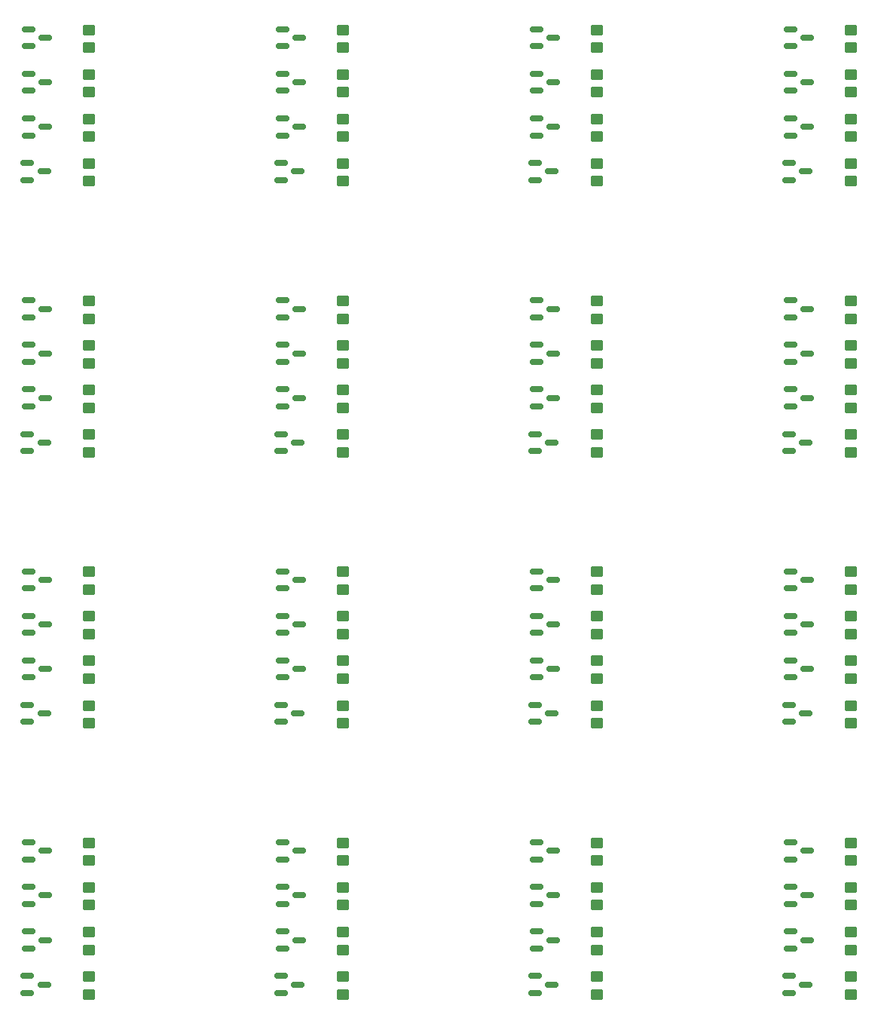
<source format=gbr>
%TF.GenerationSoftware,KiCad,Pcbnew,8.0.6*%
%TF.CreationDate,2024-10-19T01:04:28+01:00*%
%TF.ProjectId,panel,70616e65-6c2e-46b6-9963-61645f706362,rev?*%
%TF.SameCoordinates,Original*%
%TF.FileFunction,Paste,Top*%
%TF.FilePolarity,Positive*%
%FSLAX46Y46*%
G04 Gerber Fmt 4.6, Leading zero omitted, Abs format (unit mm)*
G04 Created by KiCad (PCBNEW 8.0.6) date 2024-10-19 01:04:28*
%MOMM*%
%LPD*%
G01*
G04 APERTURE LIST*
G04 Aperture macros list*
%AMRoundRect*
0 Rectangle with rounded corners*
0 $1 Rounding radius*
0 $2 $3 $4 $5 $6 $7 $8 $9 X,Y pos of 4 corners*
0 Add a 4 corners polygon primitive as box body*
4,1,4,$2,$3,$4,$5,$6,$7,$8,$9,$2,$3,0*
0 Add four circle primitives for the rounded corners*
1,1,$1+$1,$2,$3*
1,1,$1+$1,$4,$5*
1,1,$1+$1,$6,$7*
1,1,$1+$1,$8,$9*
0 Add four rect primitives between the rounded corners*
20,1,$1+$1,$2,$3,$4,$5,0*
20,1,$1+$1,$4,$5,$6,$7,0*
20,1,$1+$1,$6,$7,$8,$9,0*
20,1,$1+$1,$8,$9,$2,$3,0*%
G04 Aperture macros list end*
%ADD10RoundRect,0.150000X-0.587500X-0.150000X0.587500X-0.150000X0.587500X0.150000X-0.587500X0.150000X0*%
%ADD11RoundRect,0.250000X0.450000X-0.350000X0.450000X0.350000X-0.450000X0.350000X-0.450000X-0.350000X0*%
G04 APERTURE END LIST*
D10*
%TO.C,Q2*%
X160410000Y-122930000D03*
X160410000Y-124830000D03*
X162285000Y-123880000D03*
%TD*%
%TO.C,Q4*%
X131890000Y-87500000D03*
X131890000Y-89400000D03*
X133765000Y-88450000D03*
%TD*%
D11*
%TO.C,R3*%
X167220000Y-124980000D03*
X167220000Y-122980000D03*
%TD*%
%TO.C,R2*%
X167220000Y-99550000D03*
X167220000Y-97550000D03*
%TD*%
D10*
%TO.C,Q4*%
X188930000Y-57070000D03*
X188930000Y-58970000D03*
X190805000Y-58020000D03*
%TD*%
%TO.C,Q2*%
X131890000Y-31640000D03*
X131890000Y-33540000D03*
X133765000Y-32590000D03*
%TD*%
D11*
%TO.C,R2*%
X110180000Y-99550000D03*
X110180000Y-97550000D03*
%TD*%
D10*
%TO.C,Q1*%
X103242500Y-41640000D03*
X103242500Y-43540000D03*
X105117500Y-42590000D03*
%TD*%
%TO.C,Q3*%
X131890000Y-67070000D03*
X131890000Y-68970000D03*
X133765000Y-68020000D03*
%TD*%
%TO.C,Q3*%
X160410000Y-36640000D03*
X160410000Y-38540000D03*
X162285000Y-37590000D03*
%TD*%
D11*
%TO.C,R2*%
X138700000Y-99550000D03*
X138700000Y-97550000D03*
%TD*%
%TO.C,R4*%
X138700000Y-28690000D03*
X138700000Y-26690000D03*
%TD*%
%TO.C,R3*%
X138700000Y-64120000D03*
X138700000Y-62120000D03*
%TD*%
%TO.C,R3*%
X138700000Y-33690000D03*
X138700000Y-31690000D03*
%TD*%
D10*
%TO.C,Q1*%
X131762500Y-41640000D03*
X131762500Y-43540000D03*
X133637500Y-42590000D03*
%TD*%
%TO.C,Q1*%
X103242500Y-102500000D03*
X103242500Y-104400000D03*
X105117500Y-103450000D03*
%TD*%
D11*
%TO.C,R4*%
X195740000Y-89550000D03*
X195740000Y-87550000D03*
%TD*%
D10*
%TO.C,Q1*%
X188802500Y-72070000D03*
X188802500Y-73970000D03*
X190677500Y-73020000D03*
%TD*%
D11*
%TO.C,R2*%
X195740000Y-99550000D03*
X195740000Y-97550000D03*
%TD*%
%TO.C,R1*%
X195740000Y-43690000D03*
X195740000Y-41690000D03*
%TD*%
%TO.C,R1*%
X138700000Y-134980000D03*
X138700000Y-132980000D03*
%TD*%
D10*
%TO.C,Q1*%
X131762500Y-102500000D03*
X131762500Y-104400000D03*
X133637500Y-103450000D03*
%TD*%
%TO.C,Q4*%
X160410000Y-57070000D03*
X160410000Y-58970000D03*
X162285000Y-58020000D03*
%TD*%
D11*
%TO.C,R1*%
X195740000Y-74120000D03*
X195740000Y-72120000D03*
%TD*%
%TO.C,R2*%
X110180000Y-38690000D03*
X110180000Y-36690000D03*
%TD*%
D10*
%TO.C,Q1*%
X188802500Y-102500000D03*
X188802500Y-104400000D03*
X190677500Y-103450000D03*
%TD*%
D11*
%TO.C,R1*%
X167220000Y-74120000D03*
X167220000Y-72120000D03*
%TD*%
%TO.C,R2*%
X138700000Y-38690000D03*
X138700000Y-36690000D03*
%TD*%
D10*
%TO.C,Q3*%
X131890000Y-97500000D03*
X131890000Y-99400000D03*
X133765000Y-98450000D03*
%TD*%
D11*
%TO.C,R3*%
X195740000Y-124980000D03*
X195740000Y-122980000D03*
%TD*%
%TO.C,R3*%
X195740000Y-64120000D03*
X195740000Y-62120000D03*
%TD*%
%TO.C,R4*%
X167220000Y-28690000D03*
X167220000Y-26690000D03*
%TD*%
D10*
%TO.C,Q2*%
X160410000Y-62070000D03*
X160410000Y-63970000D03*
X162285000Y-63020000D03*
%TD*%
D11*
%TO.C,R2*%
X167220000Y-129980000D03*
X167220000Y-127980000D03*
%TD*%
%TO.C,R3*%
X110180000Y-64120000D03*
X110180000Y-62120000D03*
%TD*%
D10*
%TO.C,Q1*%
X103242500Y-132930000D03*
X103242500Y-134830000D03*
X105117500Y-133880000D03*
%TD*%
%TO.C,Q3*%
X103370000Y-127930000D03*
X103370000Y-129830000D03*
X105245000Y-128880000D03*
%TD*%
%TO.C,Q4*%
X103370000Y-87500000D03*
X103370000Y-89400000D03*
X105245000Y-88450000D03*
%TD*%
D11*
%TO.C,R4*%
X138700000Y-89550000D03*
X138700000Y-87550000D03*
%TD*%
%TO.C,R4*%
X195740000Y-119980000D03*
X195740000Y-117980000D03*
%TD*%
D10*
%TO.C,Q4*%
X188930000Y-117930000D03*
X188930000Y-119830000D03*
X190805000Y-118880000D03*
%TD*%
%TO.C,Q1*%
X131762500Y-72070000D03*
X131762500Y-73970000D03*
X133637500Y-73020000D03*
%TD*%
D11*
%TO.C,R3*%
X195740000Y-94550000D03*
X195740000Y-92550000D03*
%TD*%
D10*
%TO.C,Q4*%
X160410000Y-26640000D03*
X160410000Y-28540000D03*
X162285000Y-27590000D03*
%TD*%
%TO.C,Q3*%
X188930000Y-36640000D03*
X188930000Y-38540000D03*
X190805000Y-37590000D03*
%TD*%
D11*
%TO.C,R3*%
X110180000Y-124980000D03*
X110180000Y-122980000D03*
%TD*%
D10*
%TO.C,Q3*%
X160410000Y-127930000D03*
X160410000Y-129830000D03*
X162285000Y-128880000D03*
%TD*%
%TO.C,Q1*%
X160282500Y-72070000D03*
X160282500Y-73970000D03*
X162157500Y-73020000D03*
%TD*%
%TO.C,Q2*%
X188930000Y-62070000D03*
X188930000Y-63970000D03*
X190805000Y-63020000D03*
%TD*%
D11*
%TO.C,R2*%
X167220000Y-69120000D03*
X167220000Y-67120000D03*
%TD*%
D10*
%TO.C,Q2*%
X131890000Y-122930000D03*
X131890000Y-124830000D03*
X133765000Y-123880000D03*
%TD*%
%TO.C,Q4*%
X103370000Y-26640000D03*
X103370000Y-28540000D03*
X105245000Y-27590000D03*
%TD*%
D11*
%TO.C,R2*%
X138700000Y-69120000D03*
X138700000Y-67120000D03*
%TD*%
D10*
%TO.C,Q4*%
X131890000Y-117930000D03*
X131890000Y-119830000D03*
X133765000Y-118880000D03*
%TD*%
D11*
%TO.C,R3*%
X138700000Y-124980000D03*
X138700000Y-122980000D03*
%TD*%
%TO.C,R3*%
X195740000Y-33690000D03*
X195740000Y-31690000D03*
%TD*%
D10*
%TO.C,Q3*%
X188930000Y-97500000D03*
X188930000Y-99400000D03*
X190805000Y-98450000D03*
%TD*%
%TO.C,Q2*%
X131890000Y-62070000D03*
X131890000Y-63970000D03*
X133765000Y-63020000D03*
%TD*%
D11*
%TO.C,R1*%
X110180000Y-134980000D03*
X110180000Y-132980000D03*
%TD*%
D10*
%TO.C,Q1*%
X160282500Y-41640000D03*
X160282500Y-43540000D03*
X162157500Y-42590000D03*
%TD*%
%TO.C,Q3*%
X103370000Y-36640000D03*
X103370000Y-38540000D03*
X105245000Y-37590000D03*
%TD*%
D11*
%TO.C,R3*%
X138700000Y-94550000D03*
X138700000Y-92550000D03*
%TD*%
D10*
%TO.C,Q3*%
X188930000Y-67070000D03*
X188930000Y-68970000D03*
X190805000Y-68020000D03*
%TD*%
%TO.C,Q2*%
X188930000Y-31640000D03*
X188930000Y-33540000D03*
X190805000Y-32590000D03*
%TD*%
%TO.C,Q4*%
X103370000Y-57070000D03*
X103370000Y-58970000D03*
X105245000Y-58020000D03*
%TD*%
%TO.C,Q2*%
X188930000Y-122930000D03*
X188930000Y-124830000D03*
X190805000Y-123880000D03*
%TD*%
%TO.C,Q3*%
X188930000Y-127930000D03*
X188930000Y-129830000D03*
X190805000Y-128880000D03*
%TD*%
D11*
%TO.C,R4*%
X195740000Y-28690000D03*
X195740000Y-26690000D03*
%TD*%
%TO.C,R1*%
X138700000Y-104550000D03*
X138700000Y-102550000D03*
%TD*%
D10*
%TO.C,Q1*%
X188802500Y-132930000D03*
X188802500Y-134830000D03*
X190677500Y-133880000D03*
%TD*%
%TO.C,Q2*%
X103370000Y-62070000D03*
X103370000Y-63970000D03*
X105245000Y-63020000D03*
%TD*%
D11*
%TO.C,R2*%
X195740000Y-69120000D03*
X195740000Y-67120000D03*
%TD*%
D10*
%TO.C,Q2*%
X188930000Y-92500000D03*
X188930000Y-94400000D03*
X190805000Y-93450000D03*
%TD*%
D11*
%TO.C,R2*%
X110180000Y-129980000D03*
X110180000Y-127980000D03*
%TD*%
D10*
%TO.C,Q4*%
X160410000Y-87500000D03*
X160410000Y-89400000D03*
X162285000Y-88450000D03*
%TD*%
%TO.C,Q2*%
X160410000Y-31640000D03*
X160410000Y-33540000D03*
X162285000Y-32590000D03*
%TD*%
D11*
%TO.C,R2*%
X195740000Y-129980000D03*
X195740000Y-127980000D03*
%TD*%
%TO.C,R2*%
X167220000Y-38690000D03*
X167220000Y-36690000D03*
%TD*%
%TO.C,R4*%
X167220000Y-59120000D03*
X167220000Y-57120000D03*
%TD*%
%TO.C,R1*%
X167220000Y-134980000D03*
X167220000Y-132980000D03*
%TD*%
%TO.C,R4*%
X195740000Y-59120000D03*
X195740000Y-57120000D03*
%TD*%
%TO.C,R4*%
X138700000Y-59120000D03*
X138700000Y-57120000D03*
%TD*%
D10*
%TO.C,Q2*%
X103370000Y-31640000D03*
X103370000Y-33540000D03*
X105245000Y-32590000D03*
%TD*%
%TO.C,Q3*%
X160410000Y-67070000D03*
X160410000Y-68970000D03*
X162285000Y-68020000D03*
%TD*%
%TO.C,Q3*%
X131890000Y-36640000D03*
X131890000Y-38540000D03*
X133765000Y-37590000D03*
%TD*%
D11*
%TO.C,R3*%
X167220000Y-64120000D03*
X167220000Y-62120000D03*
%TD*%
D10*
%TO.C,Q3*%
X103370000Y-67070000D03*
X103370000Y-68970000D03*
X105245000Y-68020000D03*
%TD*%
%TO.C,Q1*%
X160282500Y-132930000D03*
X160282500Y-134830000D03*
X162157500Y-133880000D03*
%TD*%
%TO.C,Q4*%
X188930000Y-87500000D03*
X188930000Y-89400000D03*
X190805000Y-88450000D03*
%TD*%
D11*
%TO.C,R4*%
X110180000Y-59120000D03*
X110180000Y-57120000D03*
%TD*%
%TO.C,R2*%
X138700000Y-129980000D03*
X138700000Y-127980000D03*
%TD*%
%TO.C,R1*%
X195740000Y-104550000D03*
X195740000Y-102550000D03*
%TD*%
%TO.C,R1*%
X138700000Y-43690000D03*
X138700000Y-41690000D03*
%TD*%
%TO.C,R4*%
X110180000Y-89550000D03*
X110180000Y-87550000D03*
%TD*%
%TO.C,R2*%
X195740000Y-38690000D03*
X195740000Y-36690000D03*
%TD*%
%TO.C,R1*%
X110180000Y-74120000D03*
X110180000Y-72120000D03*
%TD*%
D10*
%TO.C,Q1*%
X188802500Y-41640000D03*
X188802500Y-43540000D03*
X190677500Y-42590000D03*
%TD*%
D11*
%TO.C,R1*%
X110180000Y-104550000D03*
X110180000Y-102550000D03*
%TD*%
D10*
%TO.C,Q3*%
X131890000Y-127930000D03*
X131890000Y-129830000D03*
X133765000Y-128880000D03*
%TD*%
D11*
%TO.C,R4*%
X167220000Y-89550000D03*
X167220000Y-87550000D03*
%TD*%
D10*
%TO.C,Q4*%
X103370000Y-117930000D03*
X103370000Y-119830000D03*
X105245000Y-118880000D03*
%TD*%
D11*
%TO.C,R1*%
X138700000Y-74120000D03*
X138700000Y-72120000D03*
%TD*%
D10*
%TO.C,Q4*%
X131890000Y-26640000D03*
X131890000Y-28540000D03*
X133765000Y-27590000D03*
%TD*%
D11*
%TO.C,R2*%
X110180000Y-69120000D03*
X110180000Y-67120000D03*
%TD*%
D10*
%TO.C,Q3*%
X160410000Y-97500000D03*
X160410000Y-99400000D03*
X162285000Y-98450000D03*
%TD*%
D11*
%TO.C,R3*%
X110180000Y-94550000D03*
X110180000Y-92550000D03*
%TD*%
D10*
%TO.C,Q2*%
X160410000Y-92500000D03*
X160410000Y-94400000D03*
X162285000Y-93450000D03*
%TD*%
D11*
%TO.C,R4*%
X138700000Y-119980000D03*
X138700000Y-117980000D03*
%TD*%
D10*
%TO.C,Q1*%
X160282500Y-102500000D03*
X160282500Y-104400000D03*
X162157500Y-103450000D03*
%TD*%
D11*
%TO.C,R1*%
X195740000Y-134980000D03*
X195740000Y-132980000D03*
%TD*%
%TO.C,R1*%
X167220000Y-104550000D03*
X167220000Y-102550000D03*
%TD*%
%TO.C,R4*%
X110180000Y-119980000D03*
X110180000Y-117980000D03*
%TD*%
%TO.C,R1*%
X110180000Y-43690000D03*
X110180000Y-41690000D03*
%TD*%
D10*
%TO.C,Q4*%
X160410000Y-117930000D03*
X160410000Y-119830000D03*
X162285000Y-118880000D03*
%TD*%
%TO.C,Q4*%
X188930000Y-26640000D03*
X188930000Y-28540000D03*
X190805000Y-27590000D03*
%TD*%
D11*
%TO.C,R4*%
X167220000Y-119980000D03*
X167220000Y-117980000D03*
%TD*%
%TO.C,R1*%
X167220000Y-43690000D03*
X167220000Y-41690000D03*
%TD*%
D10*
%TO.C,Q2*%
X103370000Y-122930000D03*
X103370000Y-124830000D03*
X105245000Y-123880000D03*
%TD*%
D11*
%TO.C,R3*%
X167220000Y-94550000D03*
X167220000Y-92550000D03*
%TD*%
D10*
%TO.C,Q1*%
X103242500Y-72070000D03*
X103242500Y-73970000D03*
X105117500Y-73020000D03*
%TD*%
%TO.C,Q1*%
X131762500Y-132930000D03*
X131762500Y-134830000D03*
X133637500Y-133880000D03*
%TD*%
D11*
%TO.C,R3*%
X167220000Y-33690000D03*
X167220000Y-31690000D03*
%TD*%
D10*
%TO.C,Q3*%
X103370000Y-97500000D03*
X103370000Y-99400000D03*
X105245000Y-98450000D03*
%TD*%
%TO.C,Q2*%
X103370000Y-92500000D03*
X103370000Y-94400000D03*
X105245000Y-93450000D03*
%TD*%
%TO.C,Q2*%
X131890000Y-92500000D03*
X131890000Y-94400000D03*
X133765000Y-93450000D03*
%TD*%
%TO.C,Q4*%
X131890000Y-57070000D03*
X131890000Y-58970000D03*
X133765000Y-58020000D03*
%TD*%
D11*
%TO.C,R3*%
X110180000Y-33690000D03*
X110180000Y-31690000D03*
%TD*%
%TO.C,R4*%
X110180000Y-28690000D03*
X110180000Y-26690000D03*
%TD*%
M02*

</source>
